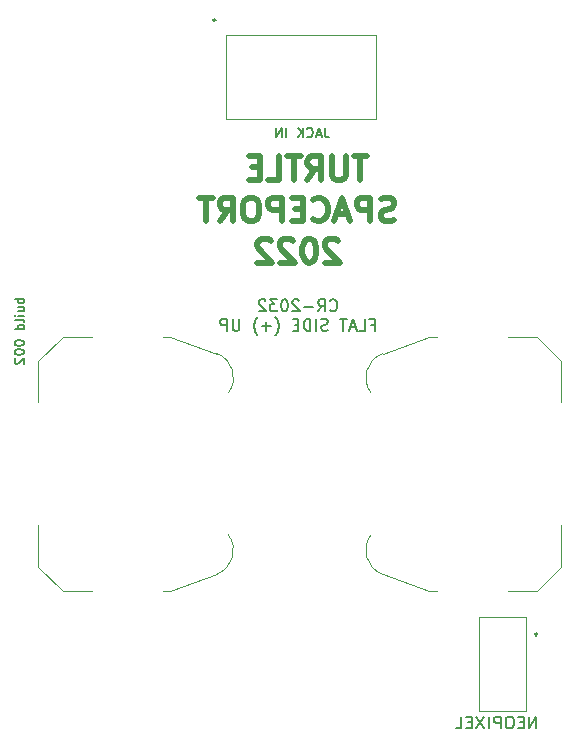
<source format=gbr>
G04 #@! TF.GenerationSoftware,KiCad,Pcbnew,(5.1.12-1-10_14)*
G04 #@! TF.CreationDate,2021-12-02T19:43:45-05:00*
G04 #@! TF.ProjectId,blinky,626c696e-6b79-42e6-9b69-6361645f7063,rev?*
G04 #@! TF.SameCoordinates,Original*
G04 #@! TF.FileFunction,Legend,Bot*
G04 #@! TF.FilePolarity,Positive*
%FSLAX46Y46*%
G04 Gerber Fmt 4.6, Leading zero omitted, Abs format (unit mm)*
G04 Created by KiCad (PCBNEW (5.1.12-1-10_14)) date 2021-12-02 19:43:45*
%MOMM*%
%LPD*%
G01*
G04 APERTURE LIST*
%ADD10C,0.150000*%
%ADD11C,0.500000*%
%ADD12C,0.120000*%
G04 APERTURE END LIST*
D10*
X166661904Y-67607142D02*
X165861904Y-67607142D01*
X166166666Y-67607142D02*
X166128571Y-67683333D01*
X166128571Y-67835714D01*
X166166666Y-67911904D01*
X166204761Y-67950000D01*
X166280952Y-67988095D01*
X166509523Y-67988095D01*
X166585714Y-67950000D01*
X166623809Y-67911904D01*
X166661904Y-67835714D01*
X166661904Y-67683333D01*
X166623809Y-67607142D01*
X166128571Y-68673809D02*
X166661904Y-68673809D01*
X166128571Y-68330952D02*
X166547619Y-68330952D01*
X166623809Y-68369047D01*
X166661904Y-68445238D01*
X166661904Y-68559523D01*
X166623809Y-68635714D01*
X166585714Y-68673809D01*
X166661904Y-69054761D02*
X166128571Y-69054761D01*
X165861904Y-69054761D02*
X165900000Y-69016666D01*
X165938095Y-69054761D01*
X165900000Y-69092857D01*
X165861904Y-69054761D01*
X165938095Y-69054761D01*
X166661904Y-69550000D02*
X166623809Y-69473809D01*
X166547619Y-69435714D01*
X165861904Y-69435714D01*
X166661904Y-70197619D02*
X165861904Y-70197619D01*
X166623809Y-70197619D02*
X166661904Y-70121428D01*
X166661904Y-69969047D01*
X166623809Y-69892857D01*
X166585714Y-69854761D01*
X166509523Y-69816666D01*
X166280952Y-69816666D01*
X166204761Y-69854761D01*
X166166666Y-69892857D01*
X166128571Y-69969047D01*
X166128571Y-70121428D01*
X166166666Y-70197619D01*
X165861904Y-71340476D02*
X165861904Y-71416666D01*
X165900000Y-71492857D01*
X165938095Y-71530952D01*
X166014285Y-71569047D01*
X166166666Y-71607142D01*
X166357142Y-71607142D01*
X166509523Y-71569047D01*
X166585714Y-71530952D01*
X166623809Y-71492857D01*
X166661904Y-71416666D01*
X166661904Y-71340476D01*
X166623809Y-71264285D01*
X166585714Y-71226190D01*
X166509523Y-71188095D01*
X166357142Y-71150000D01*
X166166666Y-71150000D01*
X166014285Y-71188095D01*
X165938095Y-71226190D01*
X165900000Y-71264285D01*
X165861904Y-71340476D01*
X165861904Y-72102380D02*
X165861904Y-72178571D01*
X165900000Y-72254761D01*
X165938095Y-72292857D01*
X166014285Y-72330952D01*
X166166666Y-72369047D01*
X166357142Y-72369047D01*
X166509523Y-72330952D01*
X166585714Y-72292857D01*
X166623809Y-72254761D01*
X166661904Y-72178571D01*
X166661904Y-72102380D01*
X166623809Y-72026190D01*
X166585714Y-71988095D01*
X166509523Y-71950000D01*
X166357142Y-71911904D01*
X166166666Y-71911904D01*
X166014285Y-71950000D01*
X165938095Y-71988095D01*
X165900000Y-72026190D01*
X165861904Y-72102380D01*
X165938095Y-72673809D02*
X165900000Y-72711904D01*
X165861904Y-72788095D01*
X165861904Y-72978571D01*
X165900000Y-73054761D01*
X165938095Y-73092857D01*
X166014285Y-73130952D01*
X166090476Y-73130952D01*
X166204761Y-73092857D01*
X166661904Y-72635714D01*
X166661904Y-73130952D01*
D11*
X195707142Y-55554761D02*
X194564285Y-55554761D01*
X195135714Y-57554761D02*
X195135714Y-55554761D01*
X193897619Y-55554761D02*
X193897619Y-57173809D01*
X193802380Y-57364285D01*
X193707142Y-57459523D01*
X193516666Y-57554761D01*
X193135714Y-57554761D01*
X192945238Y-57459523D01*
X192850000Y-57364285D01*
X192754761Y-57173809D01*
X192754761Y-55554761D01*
X190659523Y-57554761D02*
X191326190Y-56602380D01*
X191802380Y-57554761D02*
X191802380Y-55554761D01*
X191040476Y-55554761D01*
X190850000Y-55650000D01*
X190754761Y-55745238D01*
X190659523Y-55935714D01*
X190659523Y-56221428D01*
X190754761Y-56411904D01*
X190850000Y-56507142D01*
X191040476Y-56602380D01*
X191802380Y-56602380D01*
X190088095Y-55554761D02*
X188945238Y-55554761D01*
X189516666Y-57554761D02*
X189516666Y-55554761D01*
X187326190Y-57554761D02*
X188278571Y-57554761D01*
X188278571Y-55554761D01*
X186659523Y-56507142D02*
X185992857Y-56507142D01*
X185707142Y-57554761D02*
X186659523Y-57554761D01*
X186659523Y-55554761D01*
X185707142Y-55554761D01*
X197992857Y-60959523D02*
X197707142Y-61054761D01*
X197230952Y-61054761D01*
X197040476Y-60959523D01*
X196945238Y-60864285D01*
X196850000Y-60673809D01*
X196850000Y-60483333D01*
X196945238Y-60292857D01*
X197040476Y-60197619D01*
X197230952Y-60102380D01*
X197611904Y-60007142D01*
X197802380Y-59911904D01*
X197897619Y-59816666D01*
X197992857Y-59626190D01*
X197992857Y-59435714D01*
X197897619Y-59245238D01*
X197802380Y-59150000D01*
X197611904Y-59054761D01*
X197135714Y-59054761D01*
X196850000Y-59150000D01*
X195992857Y-61054761D02*
X195992857Y-59054761D01*
X195230952Y-59054761D01*
X195040476Y-59150000D01*
X194945238Y-59245238D01*
X194850000Y-59435714D01*
X194850000Y-59721428D01*
X194945238Y-59911904D01*
X195040476Y-60007142D01*
X195230952Y-60102380D01*
X195992857Y-60102380D01*
X194088095Y-60483333D02*
X193135714Y-60483333D01*
X194278571Y-61054761D02*
X193611904Y-59054761D01*
X192945238Y-61054761D01*
X191135714Y-60864285D02*
X191230952Y-60959523D01*
X191516666Y-61054761D01*
X191707142Y-61054761D01*
X191992857Y-60959523D01*
X192183333Y-60769047D01*
X192278571Y-60578571D01*
X192373809Y-60197619D01*
X192373809Y-59911904D01*
X192278571Y-59530952D01*
X192183333Y-59340476D01*
X191992857Y-59150000D01*
X191707142Y-59054761D01*
X191516666Y-59054761D01*
X191230952Y-59150000D01*
X191135714Y-59245238D01*
X190278571Y-60007142D02*
X189611904Y-60007142D01*
X189326190Y-61054761D02*
X190278571Y-61054761D01*
X190278571Y-59054761D01*
X189326190Y-59054761D01*
X188469047Y-61054761D02*
X188469047Y-59054761D01*
X187707142Y-59054761D01*
X187516666Y-59150000D01*
X187421428Y-59245238D01*
X187326190Y-59435714D01*
X187326190Y-59721428D01*
X187421428Y-59911904D01*
X187516666Y-60007142D01*
X187707142Y-60102380D01*
X188469047Y-60102380D01*
X186088095Y-59054761D02*
X185707142Y-59054761D01*
X185516666Y-59150000D01*
X185326190Y-59340476D01*
X185230952Y-59721428D01*
X185230952Y-60388095D01*
X185326190Y-60769047D01*
X185516666Y-60959523D01*
X185707142Y-61054761D01*
X186088095Y-61054761D01*
X186278571Y-60959523D01*
X186469047Y-60769047D01*
X186564285Y-60388095D01*
X186564285Y-59721428D01*
X186469047Y-59340476D01*
X186278571Y-59150000D01*
X186088095Y-59054761D01*
X183230952Y-61054761D02*
X183897619Y-60102380D01*
X184373809Y-61054761D02*
X184373809Y-59054761D01*
X183611904Y-59054761D01*
X183421428Y-59150000D01*
X183326190Y-59245238D01*
X183230952Y-59435714D01*
X183230952Y-59721428D01*
X183326190Y-59911904D01*
X183421428Y-60007142D01*
X183611904Y-60102380D01*
X184373809Y-60102380D01*
X182659523Y-59054761D02*
X181516666Y-59054761D01*
X182088095Y-61054761D02*
X182088095Y-59054761D01*
X193278571Y-62745238D02*
X193183333Y-62650000D01*
X192992857Y-62554761D01*
X192516666Y-62554761D01*
X192326190Y-62650000D01*
X192230952Y-62745238D01*
X192135714Y-62935714D01*
X192135714Y-63126190D01*
X192230952Y-63411904D01*
X193373809Y-64554761D01*
X192135714Y-64554761D01*
X190897619Y-62554761D02*
X190707142Y-62554761D01*
X190516666Y-62650000D01*
X190421428Y-62745238D01*
X190326190Y-62935714D01*
X190230952Y-63316666D01*
X190230952Y-63792857D01*
X190326190Y-64173809D01*
X190421428Y-64364285D01*
X190516666Y-64459523D01*
X190707142Y-64554761D01*
X190897619Y-64554761D01*
X191088095Y-64459523D01*
X191183333Y-64364285D01*
X191278571Y-64173809D01*
X191373809Y-63792857D01*
X191373809Y-63316666D01*
X191278571Y-62935714D01*
X191183333Y-62745238D01*
X191088095Y-62650000D01*
X190897619Y-62554761D01*
X189469047Y-62745238D02*
X189373809Y-62650000D01*
X189183333Y-62554761D01*
X188707142Y-62554761D01*
X188516666Y-62650000D01*
X188421428Y-62745238D01*
X188326190Y-62935714D01*
X188326190Y-63126190D01*
X188421428Y-63411904D01*
X189564285Y-64554761D01*
X188326190Y-64554761D01*
X187564285Y-62745238D02*
X187469047Y-62650000D01*
X187278571Y-62554761D01*
X186802380Y-62554761D01*
X186611904Y-62650000D01*
X186516666Y-62745238D01*
X186421428Y-62935714D01*
X186421428Y-63126190D01*
X186516666Y-63411904D01*
X187659523Y-64554761D01*
X186421428Y-64554761D01*
D10*
X192564285Y-68582142D02*
X192611904Y-68629761D01*
X192754761Y-68677380D01*
X192850000Y-68677380D01*
X192992857Y-68629761D01*
X193088095Y-68534523D01*
X193135714Y-68439285D01*
X193183333Y-68248809D01*
X193183333Y-68105952D01*
X193135714Y-67915476D01*
X193088095Y-67820238D01*
X192992857Y-67725000D01*
X192850000Y-67677380D01*
X192754761Y-67677380D01*
X192611904Y-67725000D01*
X192564285Y-67772619D01*
X191564285Y-68677380D02*
X191897619Y-68201190D01*
X192135714Y-68677380D02*
X192135714Y-67677380D01*
X191754761Y-67677380D01*
X191659523Y-67725000D01*
X191611904Y-67772619D01*
X191564285Y-67867857D01*
X191564285Y-68010714D01*
X191611904Y-68105952D01*
X191659523Y-68153571D01*
X191754761Y-68201190D01*
X192135714Y-68201190D01*
X191135714Y-68296428D02*
X190373809Y-68296428D01*
X189945238Y-67772619D02*
X189897619Y-67725000D01*
X189802380Y-67677380D01*
X189564285Y-67677380D01*
X189469047Y-67725000D01*
X189421428Y-67772619D01*
X189373809Y-67867857D01*
X189373809Y-67963095D01*
X189421428Y-68105952D01*
X189992857Y-68677380D01*
X189373809Y-68677380D01*
X188754761Y-67677380D02*
X188659523Y-67677380D01*
X188564285Y-67725000D01*
X188516666Y-67772619D01*
X188469047Y-67867857D01*
X188421428Y-68058333D01*
X188421428Y-68296428D01*
X188469047Y-68486904D01*
X188516666Y-68582142D01*
X188564285Y-68629761D01*
X188659523Y-68677380D01*
X188754761Y-68677380D01*
X188850000Y-68629761D01*
X188897619Y-68582142D01*
X188945238Y-68486904D01*
X188992857Y-68296428D01*
X188992857Y-68058333D01*
X188945238Y-67867857D01*
X188897619Y-67772619D01*
X188850000Y-67725000D01*
X188754761Y-67677380D01*
X188088095Y-67677380D02*
X187469047Y-67677380D01*
X187802380Y-68058333D01*
X187659523Y-68058333D01*
X187564285Y-68105952D01*
X187516666Y-68153571D01*
X187469047Y-68248809D01*
X187469047Y-68486904D01*
X187516666Y-68582142D01*
X187564285Y-68629761D01*
X187659523Y-68677380D01*
X187945238Y-68677380D01*
X188040476Y-68629761D01*
X188088095Y-68582142D01*
X187088095Y-67772619D02*
X187040476Y-67725000D01*
X186945238Y-67677380D01*
X186707142Y-67677380D01*
X186611904Y-67725000D01*
X186564285Y-67772619D01*
X186516666Y-67867857D01*
X186516666Y-67963095D01*
X186564285Y-68105952D01*
X187135714Y-68677380D01*
X186516666Y-68677380D01*
X196040476Y-69803571D02*
X196373809Y-69803571D01*
X196373809Y-70327380D02*
X196373809Y-69327380D01*
X195897619Y-69327380D01*
X195040476Y-70327380D02*
X195516666Y-70327380D01*
X195516666Y-69327380D01*
X194754761Y-70041666D02*
X194278571Y-70041666D01*
X194850000Y-70327380D02*
X194516666Y-69327380D01*
X194183333Y-70327380D01*
X193992857Y-69327380D02*
X193421428Y-69327380D01*
X193707142Y-70327380D02*
X193707142Y-69327380D01*
X192373809Y-70279761D02*
X192230952Y-70327380D01*
X191992857Y-70327380D01*
X191897619Y-70279761D01*
X191850000Y-70232142D01*
X191802380Y-70136904D01*
X191802380Y-70041666D01*
X191850000Y-69946428D01*
X191897619Y-69898809D01*
X191992857Y-69851190D01*
X192183333Y-69803571D01*
X192278571Y-69755952D01*
X192326190Y-69708333D01*
X192373809Y-69613095D01*
X192373809Y-69517857D01*
X192326190Y-69422619D01*
X192278571Y-69375000D01*
X192183333Y-69327380D01*
X191945238Y-69327380D01*
X191802380Y-69375000D01*
X191373809Y-70327380D02*
X191373809Y-69327380D01*
X190897619Y-70327380D02*
X190897619Y-69327380D01*
X190659523Y-69327380D01*
X190516666Y-69375000D01*
X190421428Y-69470238D01*
X190373809Y-69565476D01*
X190326190Y-69755952D01*
X190326190Y-69898809D01*
X190373809Y-70089285D01*
X190421428Y-70184523D01*
X190516666Y-70279761D01*
X190659523Y-70327380D01*
X190897619Y-70327380D01*
X189897619Y-69803571D02*
X189564285Y-69803571D01*
X189421428Y-70327380D02*
X189897619Y-70327380D01*
X189897619Y-69327380D01*
X189421428Y-69327380D01*
X187945238Y-70708333D02*
X187992857Y-70660714D01*
X188088095Y-70517857D01*
X188135714Y-70422619D01*
X188183333Y-70279761D01*
X188230952Y-70041666D01*
X188230952Y-69851190D01*
X188183333Y-69613095D01*
X188135714Y-69470238D01*
X188088095Y-69375000D01*
X187992857Y-69232142D01*
X187945238Y-69184523D01*
X187564285Y-69946428D02*
X186802380Y-69946428D01*
X187183333Y-70327380D02*
X187183333Y-69565476D01*
X186421428Y-70708333D02*
X186373809Y-70660714D01*
X186278571Y-70517857D01*
X186230952Y-70422619D01*
X186183333Y-70279761D01*
X186135714Y-70041666D01*
X186135714Y-69851190D01*
X186183333Y-69613095D01*
X186230952Y-69470238D01*
X186278571Y-69375000D01*
X186373809Y-69232142D01*
X186421428Y-69184523D01*
X184897619Y-69327380D02*
X184897619Y-70136904D01*
X184850000Y-70232142D01*
X184802380Y-70279761D01*
X184707142Y-70327380D01*
X184516666Y-70327380D01*
X184421428Y-70279761D01*
X184373809Y-70232142D01*
X184326190Y-70136904D01*
X184326190Y-69327380D01*
X183850000Y-70327380D02*
X183850000Y-69327380D01*
X183469047Y-69327380D01*
X183373809Y-69375000D01*
X183326190Y-69422619D01*
X183278571Y-69517857D01*
X183278571Y-69660714D01*
X183326190Y-69755952D01*
X183373809Y-69803571D01*
X183469047Y-69851190D01*
X183850000Y-69851190D01*
D12*
G04 #@! TO.C,J2*
X209180000Y-102540000D02*
X209180000Y-94540000D01*
X205180000Y-102540000D02*
X209180000Y-102540000D01*
X205180000Y-94540000D02*
X205180000Y-102540000D01*
X209180000Y-94540000D02*
X205180000Y-94540000D01*
G04 #@! TO.C,BT2*
X179030000Y-70820000D02*
X182980000Y-72260000D01*
X167860000Y-72900000D02*
X169940000Y-70820000D01*
X167860000Y-76400000D02*
X167860000Y-72900000D01*
X167860000Y-90300000D02*
X169940000Y-92380000D01*
X179030000Y-92380000D02*
X182980000Y-90940000D01*
X169940000Y-70820000D02*
X172400000Y-70820000D01*
X178400000Y-70820000D02*
X179030000Y-70820000D01*
X169940000Y-92380000D02*
X172400000Y-92380000D01*
X178400000Y-92380000D02*
X179030000Y-92380000D01*
X167860000Y-90300000D02*
X167860000Y-86800000D01*
X182988169Y-90925244D02*
G75*
G03*
X183950000Y-87600000I-738169J2015244D01*
G01*
X183966530Y-75596646D02*
G75*
G03*
X182980000Y-72260000I-1716530J1306646D01*
G01*
G04 #@! TO.C,BT1*
X200970000Y-92380000D02*
X197020000Y-90940000D01*
X212140000Y-90300000D02*
X210060000Y-92380000D01*
X212140000Y-86800000D02*
X212140000Y-90300000D01*
X212140000Y-72900000D02*
X210060000Y-70820000D01*
X200970000Y-70820000D02*
X197020000Y-72260000D01*
X210060000Y-92380000D02*
X207600000Y-92380000D01*
X201600000Y-92380000D02*
X200970000Y-92380000D01*
X210060000Y-70820000D02*
X207600000Y-70820000D01*
X201600000Y-70820000D02*
X200970000Y-70820000D01*
X212140000Y-72900000D02*
X212140000Y-76400000D01*
X197011831Y-72274756D02*
G75*
G03*
X196050000Y-75600000I738169J-2015244D01*
G01*
X196033470Y-87603354D02*
G75*
G03*
X197020000Y-90940000I1716530J-1306646D01*
G01*
G04 #@! TO.C,J1*
X183750000Y-45282000D02*
X183750000Y-52394000D01*
X183750000Y-52394000D02*
X196450000Y-52394000D01*
X196450000Y-52394000D02*
X196450000Y-45282000D01*
X196450000Y-45282000D02*
X183750000Y-45282000D01*
G04 #@! TO.C,J2*
D10*
X210013333Y-103992380D02*
X210013333Y-102992380D01*
X209441904Y-103992380D01*
X209441904Y-102992380D01*
X208965714Y-103468571D02*
X208632380Y-103468571D01*
X208489523Y-103992380D02*
X208965714Y-103992380D01*
X208965714Y-102992380D01*
X208489523Y-102992380D01*
X207870476Y-102992380D02*
X207680000Y-102992380D01*
X207584761Y-103040000D01*
X207489523Y-103135238D01*
X207441904Y-103325714D01*
X207441904Y-103659047D01*
X207489523Y-103849523D01*
X207584761Y-103944761D01*
X207680000Y-103992380D01*
X207870476Y-103992380D01*
X207965714Y-103944761D01*
X208060952Y-103849523D01*
X208108571Y-103659047D01*
X208108571Y-103325714D01*
X208060952Y-103135238D01*
X207965714Y-103040000D01*
X207870476Y-102992380D01*
X207013333Y-103992380D02*
X207013333Y-102992380D01*
X206632380Y-102992380D01*
X206537142Y-103040000D01*
X206489523Y-103087619D01*
X206441904Y-103182857D01*
X206441904Y-103325714D01*
X206489523Y-103420952D01*
X206537142Y-103468571D01*
X206632380Y-103516190D01*
X207013333Y-103516190D01*
X206013333Y-103992380D02*
X206013333Y-102992380D01*
X205632380Y-102992380D02*
X204965714Y-103992380D01*
X204965714Y-102992380D02*
X205632380Y-103992380D01*
X204584761Y-103468571D02*
X204251428Y-103468571D01*
X204108571Y-103992380D02*
X204584761Y-103992380D01*
X204584761Y-102992380D01*
X204108571Y-102992380D01*
X203203809Y-103992380D02*
X203680000Y-103992380D01*
X203680000Y-102992380D01*
X210000000Y-95944285D02*
X209904761Y-96039523D01*
X210000000Y-96134761D01*
X210095238Y-96039523D01*
X210000000Y-95944285D01*
X210000000Y-96134761D01*
G04 #@! TO.C,J1*
X192142857Y-53161904D02*
X192142857Y-53733333D01*
X192180952Y-53847619D01*
X192257142Y-53923809D01*
X192371428Y-53961904D01*
X192447619Y-53961904D01*
X191800000Y-53733333D02*
X191419047Y-53733333D01*
X191876190Y-53961904D02*
X191609523Y-53161904D01*
X191342857Y-53961904D01*
X190619047Y-53885714D02*
X190657142Y-53923809D01*
X190771428Y-53961904D01*
X190847619Y-53961904D01*
X190961904Y-53923809D01*
X191038095Y-53847619D01*
X191076190Y-53771428D01*
X191114285Y-53619047D01*
X191114285Y-53504761D01*
X191076190Y-53352380D01*
X191038095Y-53276190D01*
X190961904Y-53200000D01*
X190847619Y-53161904D01*
X190771428Y-53161904D01*
X190657142Y-53200000D01*
X190619047Y-53238095D01*
X190276190Y-53961904D02*
X190276190Y-53161904D01*
X189819047Y-53961904D02*
X190161904Y-53504761D01*
X189819047Y-53161904D02*
X190276190Y-53619047D01*
X188866666Y-53961904D02*
X188866666Y-53161904D01*
X188485714Y-53961904D02*
X188485714Y-53161904D01*
X188028571Y-53961904D01*
X188028571Y-53161904D01*
X182686285Y-44012000D02*
X182781523Y-44107238D01*
X182876761Y-44012000D01*
X182781523Y-43916761D01*
X182686285Y-44012000D01*
X182876761Y-44012000D01*
G04 #@! TD*
M02*

</source>
